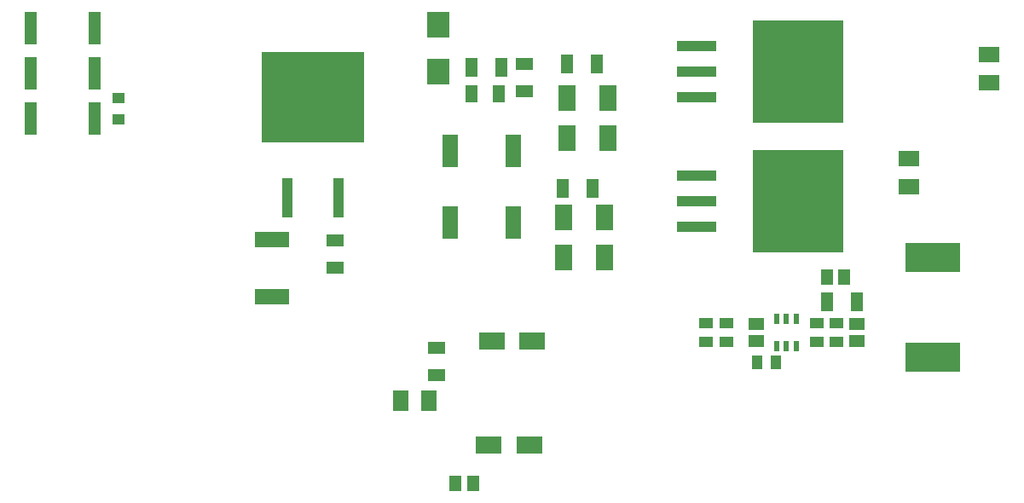
<source format=gbp>
G04*
G04 #@! TF.GenerationSoftware,Altium Limited,Altium Designer,21.0.8 (223)*
G04*
G04 Layer_Color=128*
%FSLAX25Y25*%
%MOIN*%
G70*
G04*
G04 #@! TF.SameCoordinates,C9A2E287-7343-4079-99F3-6D8708F74CA6*
G04*
G04*
G04 #@! TF.FilePolarity,Positive*
G04*
G01*
G75*
%ADD20R,0.21260X0.11417*%
%ADD21R,0.40158X0.35827*%
%ADD27R,0.04134X0.05315*%
%ADD28R,0.05315X0.04134*%
%ADD29R,0.04921X0.05906*%
%ADD32R,0.06890X0.04921*%
%ADD33R,0.04921X0.06890*%
%ADD88R,0.04900X0.12500*%
%ADD89R,0.06000X0.08000*%
%ADD90R,0.08000X0.06000*%
%ADD91R,0.04724X0.04331*%
%ADD92R,0.04134X0.15551*%
%ADD93R,0.09843X0.06693*%
%ADD94R,0.35827X0.40158*%
%ADD95R,0.15551X0.04134*%
%ADD96R,0.06693X0.09843*%
%ADD97R,0.04921X0.07284*%
%ADD98R,0.05984X0.12598*%
%ADD99R,0.08661X0.09843*%
%ADD100R,0.05906X0.04921*%
%ADD101R,0.13583X0.06496*%
%ADD102R,0.02362X0.03937*%
D20*
X528992Y278890D02*
D03*
Y317866D02*
D03*
D21*
X286756Y380606D02*
D03*
D27*
X460390Y276724D02*
D03*
X467673D02*
D03*
D28*
X483717Y292177D02*
D03*
Y284894D02*
D03*
X491591D02*
D03*
Y292177D02*
D03*
X448284D02*
D03*
Y284894D02*
D03*
X440410D02*
D03*
Y292177D02*
D03*
D29*
X349470Y229476D02*
D03*
X342580D02*
D03*
X487654Y310189D02*
D03*
X494544D02*
D03*
D32*
X369544Y393555D02*
D03*
Y382728D02*
D03*
X335256Y271693D02*
D03*
Y282520D02*
D03*
X295528Y313831D02*
D03*
Y324658D02*
D03*
D33*
X359603Y381843D02*
D03*
X348776D02*
D03*
D88*
X176426Y407480D02*
D03*
X201526D02*
D03*
X176426Y372047D02*
D03*
X201526D02*
D03*
Y389764D02*
D03*
X176426D02*
D03*
D89*
X321272Y261811D02*
D03*
X332272D02*
D03*
D90*
X551181Y397232D02*
D03*
Y386232D02*
D03*
X519685Y345409D02*
D03*
Y356409D02*
D03*
D91*
X210630Y371850D02*
D03*
Y380118D02*
D03*
D92*
X296756Y341039D02*
D03*
X276756D02*
D03*
D93*
X355542Y244342D02*
D03*
X371290D02*
D03*
X356756Y285106D02*
D03*
X372504D02*
D03*
D94*
X476323Y390606D02*
D03*
Y339717D02*
D03*
D95*
X436756Y400606D02*
D03*
Y380606D02*
D03*
Y390606D02*
D03*
Y339717D02*
D03*
Y329717D02*
D03*
Y349717D02*
D03*
D96*
X400756Y333480D02*
D03*
Y317732D02*
D03*
X401969Y380228D02*
D03*
Y364480D02*
D03*
X385969Y380102D02*
D03*
Y364354D02*
D03*
X384756Y333480D02*
D03*
Y317732D02*
D03*
D97*
X384603Y344835D02*
D03*
X396217D02*
D03*
X386177Y393654D02*
D03*
X397792D02*
D03*
X348776Y392079D02*
D03*
X360390D02*
D03*
X487752Y300346D02*
D03*
X499366D02*
D03*
D98*
X340532Y359606D02*
D03*
X364981D02*
D03*
X364981Y331606D02*
D03*
X340532D02*
D03*
D99*
X335756Y390354D02*
D03*
Y408858D02*
D03*
D100*
X499465Y285090D02*
D03*
Y291980D02*
D03*
X460095Y285090D02*
D03*
Y291980D02*
D03*
D101*
X270756Y324827D02*
D03*
Y302386D02*
D03*
D102*
X468165Y293949D02*
D03*
X471906D02*
D03*
X475646D02*
D03*
Y283122D02*
D03*
X471906D02*
D03*
X468165D02*
D03*
M02*

</source>
